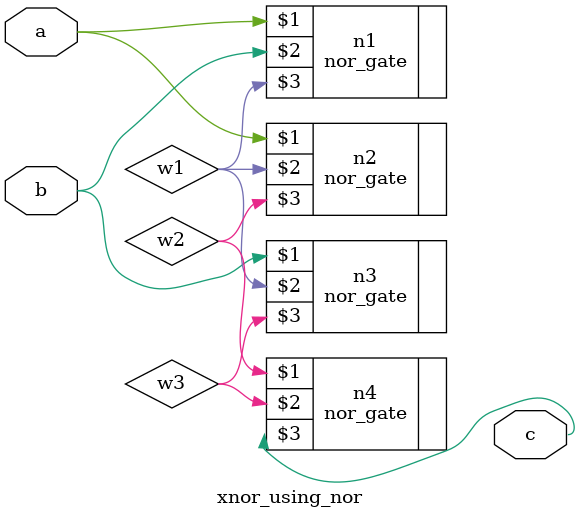
<source format=v>
`include "nor_gate.v"
module xnor_using_nor(a,b,c);
input a, b;
output c;
wire w1, w2, w3;

nor_gate n1(a, b, w1);
nor_gate n2(a, w1, w2);
nor_gate n3(b, w1, w3);
nor_gate n4(w2, w3, c);
endmodule
</source>
